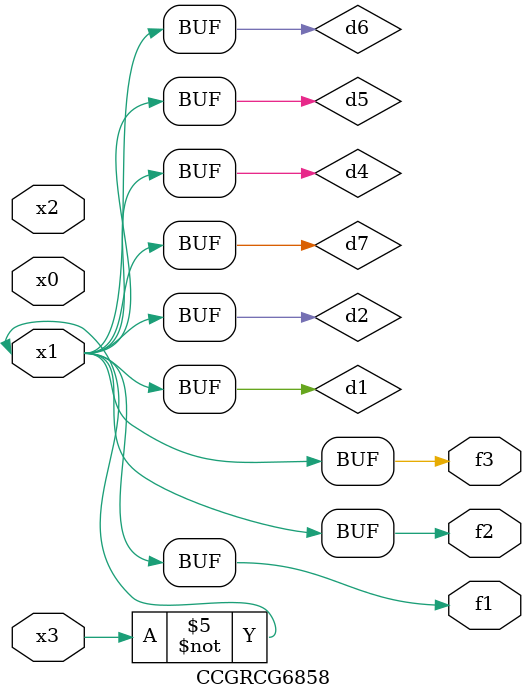
<source format=v>
module CCGRCG6858(
	input x0, x1, x2, x3,
	output f1, f2, f3
);

	wire d1, d2, d3, d4, d5, d6, d7;

	not (d1, x3);
	buf (d2, x1);
	xnor (d3, d1, d2);
	nor (d4, d1);
	buf (d5, d1, d2);
	buf (d6, d4, d5);
	nand (d7, d4);
	assign f1 = d6;
	assign f2 = d7;
	assign f3 = d6;
endmodule

</source>
